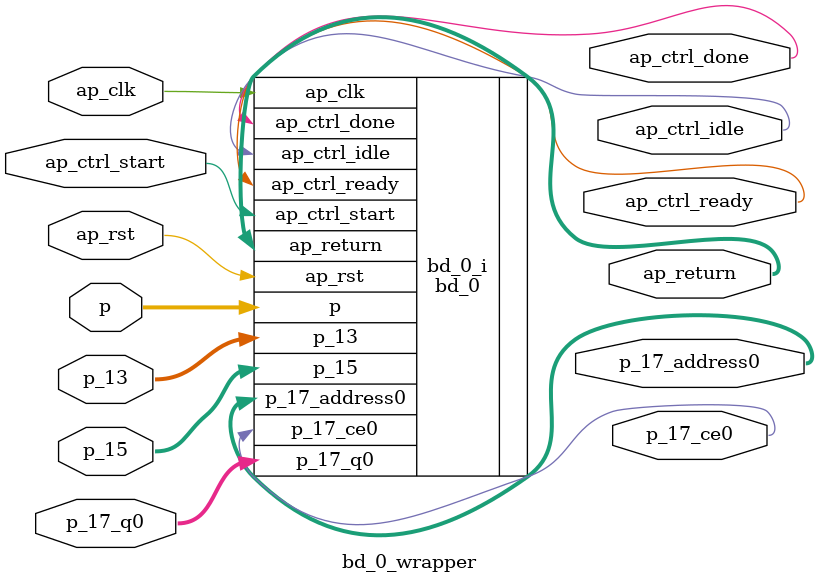
<source format=v>
`timescale 1 ps / 1 ps

module bd_0_wrapper
   (ap_clk,
    ap_ctrl_done,
    ap_ctrl_idle,
    ap_ctrl_ready,
    ap_ctrl_start,
    ap_return,
    ap_rst,
    p,
    p_13,
    p_15,
    p_17_address0,
    p_17_ce0,
    p_17_q0);
  input ap_clk;
  output ap_ctrl_done;
  output ap_ctrl_idle;
  output ap_ctrl_ready;
  input ap_ctrl_start;
  output [63:0]ap_return;
  input ap_rst;
  input [7:0]p;
  input [63:0]p_13;
  input [63:0]p_15;
  output [2:0]p_17_address0;
  output p_17_ce0;
  input [15:0]p_17_q0;

  wire ap_clk;
  wire ap_ctrl_done;
  wire ap_ctrl_idle;
  wire ap_ctrl_ready;
  wire ap_ctrl_start;
  wire [63:0]ap_return;
  wire ap_rst;
  wire [7:0]p;
  wire [63:0]p_13;
  wire [63:0]p_15;
  wire [2:0]p_17_address0;
  wire p_17_ce0;
  wire [15:0]p_17_q0;

  bd_0 bd_0_i
       (.ap_clk(ap_clk),
        .ap_ctrl_done(ap_ctrl_done),
        .ap_ctrl_idle(ap_ctrl_idle),
        .ap_ctrl_ready(ap_ctrl_ready),
        .ap_ctrl_start(ap_ctrl_start),
        .ap_return(ap_return),
        .ap_rst(ap_rst),
        .p(p),
        .p_13(p_13),
        .p_15(p_15),
        .p_17_address0(p_17_address0),
        .p_17_ce0(p_17_ce0),
        .p_17_q0(p_17_q0));
endmodule

</source>
